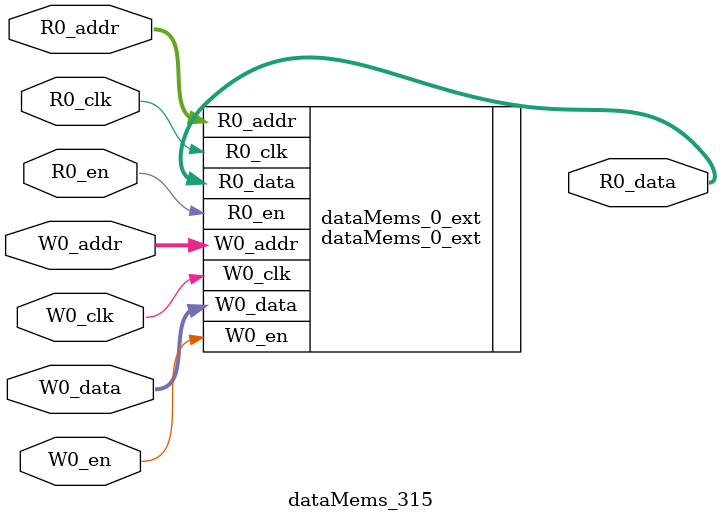
<source format=sv>
`ifndef RANDOMIZE
  `ifdef RANDOMIZE_REG_INIT
    `define RANDOMIZE
  `endif // RANDOMIZE_REG_INIT
`endif // not def RANDOMIZE
`ifndef RANDOMIZE
  `ifdef RANDOMIZE_MEM_INIT
    `define RANDOMIZE
  `endif // RANDOMIZE_MEM_INIT
`endif // not def RANDOMIZE

`ifndef RANDOM
  `define RANDOM $random
`endif // not def RANDOM

// Users can define 'PRINTF_COND' to add an extra gate to prints.
`ifndef PRINTF_COND_
  `ifdef PRINTF_COND
    `define PRINTF_COND_ (`PRINTF_COND)
  `else  // PRINTF_COND
    `define PRINTF_COND_ 1
  `endif // PRINTF_COND
`endif // not def PRINTF_COND_

// Users can define 'ASSERT_VERBOSE_COND' to add an extra gate to assert error printing.
`ifndef ASSERT_VERBOSE_COND_
  `ifdef ASSERT_VERBOSE_COND
    `define ASSERT_VERBOSE_COND_ (`ASSERT_VERBOSE_COND)
  `else  // ASSERT_VERBOSE_COND
    `define ASSERT_VERBOSE_COND_ 1
  `endif // ASSERT_VERBOSE_COND
`endif // not def ASSERT_VERBOSE_COND_

// Users can define 'STOP_COND' to add an extra gate to stop conditions.
`ifndef STOP_COND_
  `ifdef STOP_COND
    `define STOP_COND_ (`STOP_COND)
  `else  // STOP_COND
    `define STOP_COND_ 1
  `endif // STOP_COND
`endif // not def STOP_COND_

// Users can define INIT_RANDOM as general code that gets injected into the
// initializer block for modules with registers.
`ifndef INIT_RANDOM
  `define INIT_RANDOM
`endif // not def INIT_RANDOM

// If using random initialization, you can also define RANDOMIZE_DELAY to
// customize the delay used, otherwise 0.002 is used.
`ifndef RANDOMIZE_DELAY
  `define RANDOMIZE_DELAY 0.002
`endif // not def RANDOMIZE_DELAY

// Define INIT_RANDOM_PROLOG_ for use in our modules below.
`ifndef INIT_RANDOM_PROLOG_
  `ifdef RANDOMIZE
    `ifdef VERILATOR
      `define INIT_RANDOM_PROLOG_ `INIT_RANDOM
    `else  // VERILATOR
      `define INIT_RANDOM_PROLOG_ `INIT_RANDOM #`RANDOMIZE_DELAY begin end
    `endif // VERILATOR
  `else  // RANDOMIZE
    `define INIT_RANDOM_PROLOG_
  `endif // RANDOMIZE
`endif // not def INIT_RANDOM_PROLOG_

// Include register initializers in init blocks unless synthesis is set
`ifndef SYNTHESIS
  `ifndef ENABLE_INITIAL_REG_
    `define ENABLE_INITIAL_REG_
  `endif // not def ENABLE_INITIAL_REG_
`endif // not def SYNTHESIS

// Include rmemory initializers in init blocks unless synthesis is set
`ifndef SYNTHESIS
  `ifndef ENABLE_INITIAL_MEM_
    `define ENABLE_INITIAL_MEM_
  `endif // not def ENABLE_INITIAL_MEM_
`endif // not def SYNTHESIS

module dataMems_315(	// @[generators/ara/src/main/scala/UnsafeAXI4ToTL.scala:365:62]
  input  [4:0]  R0_addr,
  input         R0_en,
  input         R0_clk,
  output [66:0] R0_data,
  input  [4:0]  W0_addr,
  input         W0_en,
  input         W0_clk,
  input  [66:0] W0_data
);

  dataMems_0_ext dataMems_0_ext (	// @[generators/ara/src/main/scala/UnsafeAXI4ToTL.scala:365:62]
    .R0_addr (R0_addr),
    .R0_en   (R0_en),
    .R0_clk  (R0_clk),
    .R0_data (R0_data),
    .W0_addr (W0_addr),
    .W0_en   (W0_en),
    .W0_clk  (W0_clk),
    .W0_data (W0_data)
  );
endmodule


</source>
